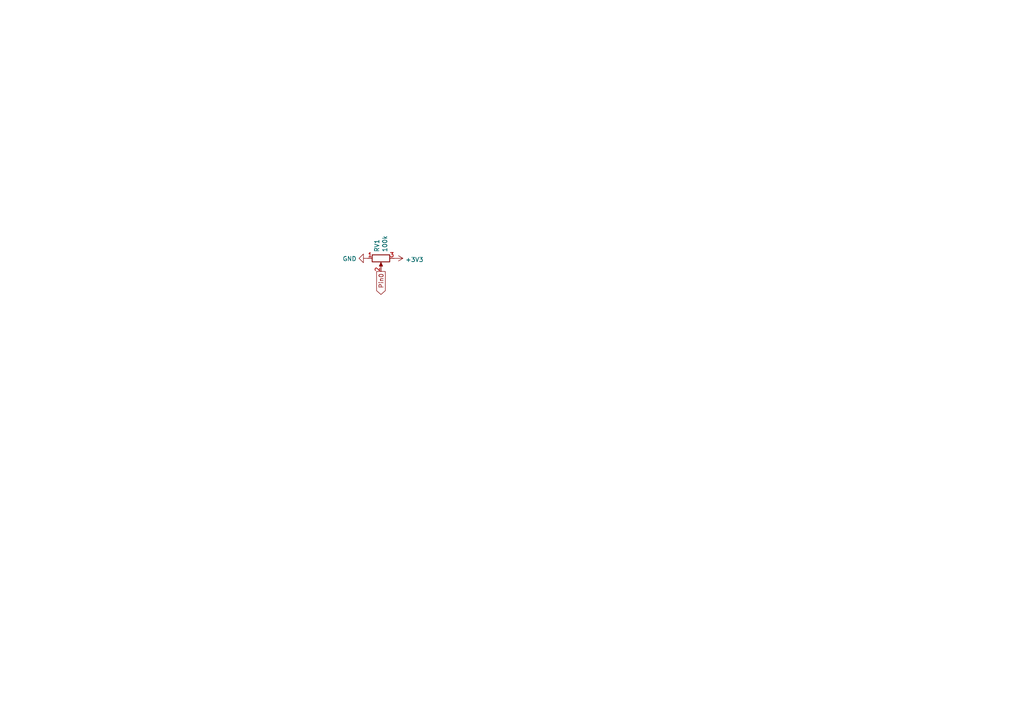
<source format=kicad_sch>
(kicad_sch (version 20211123) (generator eeschema)
  (paper "A4")
  (lib_symbols
    (symbol "Device:R_Potentiometer" (pin_names (offset 1.016) hide)
      (property "Reference" "RV" (at -4.445 0 90))
      (property "Value" "R_Potentiometer" (at -2.54 0 90))
      (symbol "R_Potentiometer_0_1"
        (polyline (pts (xy 2.54 0) (xy 1.524 0)))
        (polyline (pts (xy 1.143 0) (xy 2.286 0.508) (xy 2.286 -0.508) (xy 1.143 0)) (fill (type outline)))
        (rectangle (start 1.016 2.54) (end -1.016 -2.54) (stroke (width 0.254)))
      )
      (symbol "R_Potentiometer_1_1"
        (pin passive line (at 0 3.81 270) (length 1.27) (name "1") (number "1"))
        (pin passive line (at 3.81 0 180) (length 1.27) (name "2") (number "2"))
        (pin passive line (at 0 -3.81 90) (length 1.27) (name "3") (number "3"))
      )
    )
    (symbol "power:+3V3" (power) (pin_names (offset 0))
      (property "Value" "+3V3" (at 0 3.556 0))
      (symbol "+3V3_0_1"
        (polyline (pts (xy -0.762 1.27) (xy 0 2.54)))
        (polyline (pts (xy 0 0) (xy 0 2.54)))
        (polyline (pts (xy 0 2.54) (xy 0.762 1.27)))
      )
      (symbol "+3V3_1_1"
        (pin power_in line (at 0 0 90) (length 0) hide (name "+3V3") (number "1"))
      )
    )
    (symbol "power:GND" (power) (pin_names (offset 0))
      (property "Value" "GND" (at 0 -3.81 0))
      (symbol "GND_0_1"
        (polyline (pts (xy 0 0) (xy 0 -1.27) (xy 1.27 -1.27) (xy 0 -2.54) (xy -1.27 -1.27) (xy 0 -1.27)))
      )
      (symbol "GND_1_1"
        (pin power_in line (at 0 0 270) (length 0) hide (name "GND") (number "1"))
      )
    )
  )
  (global_label "Pin0" (shape output) (at 110.49 78.74 270) (property "Intersheet References" "${INTERSHEET_REFS}" (effects hide)))
  (symbol (lib_id "Device:R_Potentiometer") (at 110.49 74.93 90) (mirror x) (unit 1)
    (property "Reference" "RV1" (at 109.3216 73.152 0) (effects (justify right)))
    (property "Value" "100k" (at 111.633 73.152 0) (effects (justify right)))
    (property "Footprint" "Potentiometer_Thonk:AlphaPot9ShaftD" (effects hide))
    (property "Device" "Potentiometer" (effects hide))
    (property "Description" "ALPHA 9MM POTS – VERTICAL D-SHAFT" (effects hide))
    (property "Place" "No" (effects hide))
    (property "Dist" "Thonk" (effects hide))
    (property "DistPartNumber" "RD901F-B100K" (effects hide))
    (property "DistLink" "https://www.thonk.co.uk/shop/alpha-9mm-pots-dshaft/" (effects hide))
  )
  (symbol (lib_id "power:GND") (at 106.68 74.93 270) (unit 1)
    (property "Reference" "#PWR0101" (effects hide))
    (property "Value" "GND" (at 103.4288 75.057 90) (effects (justify right)))
  )
  (symbol (lib_id "power:+3V3") (at 114.3 74.93 270) (unit 1)
    (property "Reference" "#PWR0102" (effects hide))
    (property "Value" "+3V3" (at 117.5512 75.311 90) (effects (justify left)))
  )
)
</source>
